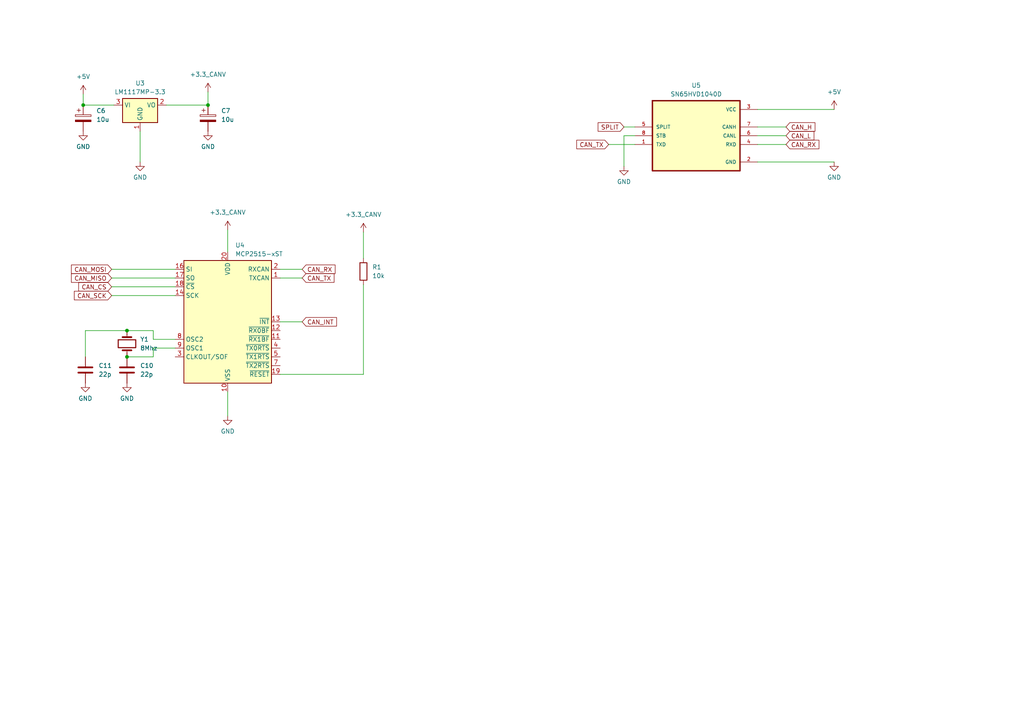
<source format=kicad_sch>
(kicad_sch (version 20231120) (generator "eeschema") (generator_version "8.0")
  (paper "A4")
  (lib_symbols
    (symbol "Device:C" (pin_numbers hide) (pin_names (offset 0.254))
      (property "Reference" "C" (at 0.635 2.54 0))
      (property "Value" "C" (at 0.635 -2.54 0))
      (symbol "C_0_1"
        (polyline (pts (xy -2.032 -0.762) (xy 2.032 -0.762)) (stroke (width 0.508)))
        (polyline (pts (xy -2.032 0.762) (xy 2.032 0.762)) (stroke (width 0.508)))
      )
      (symbol "C_1_1"
        (pin passive line (at 0 3.81 270) (length 2.794) (name "~") (number "1"))
        (pin passive line (at 0 -3.81 90) (length 2.794) (name "~") (number "2"))
      )
    )
    (symbol "Device:C_Polarized" (pin_numbers hide) (pin_names (offset 0.254))
      (property "Reference" "C" (at 0.635 2.54 0))
      (property "Value" "C_Polarized" (at 0.635 -2.54 0))
      (symbol "C_Polarized_0_1"
        (rectangle (start -2.286 0.508) (end 2.286 1.016))
        (polyline (pts (xy -1.778 2.286) (xy -0.762 2.286)))
        (polyline (pts (xy -1.27 2.794) (xy -1.27 1.778)))
        (rectangle (start 2.286 -0.508) (end -2.286 -1.016) (fill (type outline)))
      )
      (symbol "C_Polarized_1_1"
        (pin passive line (at 0 3.81 270) (length 2.794) (name "~") (number "1"))
        (pin passive line (at 0 -3.81 90) (length 2.794) (name "~") (number "2"))
      )
    )
    (symbol "Device:Crystal" (pin_numbers hide) (pin_names (offset 1.016) hide)
      (property "Reference" "Y" (at 0 3.81 0))
      (property "Value" "Crystal" (at 0 -3.81 0))
      (symbol "Crystal_0_1"
        (rectangle (start -1.143 2.54) (end 1.143 -2.54) (stroke (width 0.3048)))
        (polyline (pts (xy -2.54 0) (xy -1.905 0)))
        (polyline (pts (xy -1.905 -1.27) (xy -1.905 1.27)) (stroke (width 0.508)))
        (polyline (pts (xy 1.905 -1.27) (xy 1.905 1.27)) (stroke (width 0.508)))
        (polyline (pts (xy 2.54 0) (xy 1.905 0)))
      )
      (symbol "Crystal_1_1"
        (pin passive line (at -3.81 0 0) (length 1.27) (name "1") (number "1"))
        (pin passive line (at 3.81 0 180) (length 1.27) (name "2") (number "2"))
      )
    )
    (symbol "Device:R" (pin_numbers hide) (pin_names (offset 0))
      (property "Reference" "R" (at 2.032 0 90))
      (property "Value" "R" (at 0 0 90))
      (symbol "R_0_1"
        (rectangle (start -1.016 -2.54) (end 1.016 2.54) (stroke (width 0.254)))
      )
      (symbol "R_1_1"
        (pin passive line (at 0 3.81 270) (length 1.27) (name "~") (number "1"))
        (pin passive line (at 0 -3.81 90) (length 1.27) (name "~") (number "2"))
      )
    )
    (symbol "Interface_CAN_LIN:MCP2515-xST"
      (property "Reference" "U" (at -10.16 19.685 0))
      (property "Value" "MCP2515-xST" (at 19.05 20.32 0))
      (symbol "MCP2515-xST_0_1"
        (rectangle (start -12.7 17.78) (end 12.7 -17.78) (stroke (width 0.254)) (fill (type background)))
      )
      (symbol "MCP2515-xST_1_1"
        (pin output line (at 15.24 12.7 180) (length 2.54) (name "TXCAN") (number "1"))
        (pin power_in line (at 0 -20.32 90) (length 2.54) (name "VSS") (number "10"))
        (pin output line (at 15.24 -5.08 180) (length 2.54) (name "~{RX1BF}") (number "11"))
        (pin output line (at 15.24 -2.54 180) (length 2.54) (name "~{RX0BF}") (number "12"))
        (pin output line (at 15.24 0 180) (length 2.54) (name "~{INT}") (number "13"))
        (pin input line (at -15.24 7.62 0) (length 2.54) (name "SCK") (number "14"))
        (pin no_connect line (at -12.7 -2.54 0) (length 2.54) hide (name "NC") (number "15"))
        (pin input line (at -15.24 15.24 0) (length 2.54) (name "SI") (number "16"))
        (pin output line (at -15.24 12.7 0) (length 2.54) (name "SO") (number "17"))
        (pin input line (at -15.24 10.16 0) (length 2.54) (name "~{CS}") (number "18"))
        (pin input line (at 15.24 -15.24 180) (length 2.54) (name "~{RESET}") (number "19"))
        (pin input line (at 15.24 15.24 180) (length 2.54) (name "RXCAN") (number "2"))
        (pin power_in line (at 0 20.32 270) (length 2.54) (name "VDD") (number "20"))
        (pin output line (at -15.24 -10.16 0) (length 2.54) (name "CLKOUT/SOF") (number "3"))
        (pin input line (at 15.24 -7.62 180) (length 2.54) (name "~{TX0RTS}") (number "4"))
        (pin input line (at 15.24 -10.16 180) (length 2.54) (name "~{TX1RTS}") (number "5"))
        (pin no_connect line (at -12.7 0 0) (length 2.54) hide (name "NC") (number "6"))
        (pin input line (at 15.24 -12.7 180) (length 2.54) (name "~{TX2RTS}") (number "7"))
        (pin output line (at -15.24 -5.08 0) (length 2.54) (name "OSC2") (number "8"))
        (pin input line (at -15.24 -7.62 0) (length 2.54) (name "OSC1") (number "9"))
      )
    )
    (symbol "Regulator_Linear:LM1117MP-3.3"
      (property "Reference" "U" (at -3.81 3.175 0))
      (property "Value" "LM1117MP-3.3" (at 0 3.175 0))
      (symbol "LM1117MP-3.3_0_1"
        (rectangle (start -5.08 -5.08) (end 5.08 1.905) (stroke (width 0.254)) (fill (type background)))
      )
      (symbol "LM1117MP-3.3_1_1"
        (pin power_in line (at 0 -7.62 90) (length 2.54) (name "GND") (number "1"))
        (pin power_out line (at 7.62 0 180) (length 2.54) (name "VO") (number "2"))
        (pin power_in line (at -7.62 0 0) (length 2.54) (name "VI") (number "3"))
      )
    )
    (symbol "SN65HVD1040D:SN65HVD1040D" (pin_names (offset 1.016))
      (property "Reference" "U" (at -12.7 11.16 0))
      (property "Value" "SN65HVD1040D" (at -12.7 -14.16 0))
      (symbol "SN65HVD1040D_0_0"
        (rectangle (start -12.7 -10.16) (end 12.7 10.16) (stroke (width 0.41)) (fill (type background)))
        (pin input line (at -17.78 -2.54 0) (length 5.08) (name "TXD") (number "1"))
        (pin power_in line (at 17.78 -7.62 180) (length 5.08) (name "GND") (number "2"))
        (pin power_in line (at 17.78 7.62 180) (length 5.08) (name "VCC") (number "3"))
        (pin output line (at 17.78 -2.54 180) (length 5.08) (name "RXD") (number "4"))
        (pin input line (at -17.78 2.54 0) (length 5.08) (name "SPLIT") (number "5"))
        (pin output line (at 17.78 0 180) (length 5.08) (name "CANL") (number "6"))
        (pin output line (at 17.78 2.54 180) (length 5.08) (name "CANH") (number "7"))
        (pin input line (at -17.78 0 0) (length 5.08) (name "STB") (number "8"))
      )
    )
    (symbol "power:+3.3V" (power) (pin_names (offset 0))
      (property "Value" "+3.3V" (at 0 3.556 0))
      (symbol "+3.3V_0_1"
        (polyline (pts (xy -0.762 1.27) (xy 0 2.54)))
        (polyline (pts (xy 0 0) (xy 0 2.54)))
        (polyline (pts (xy 0 2.54) (xy 0.762 1.27)))
      )
      (symbol "+3.3V_1_1"
        (pin power_in line (at 0 0 90) (length 0) hide (name "+3.3V") (number "1"))
      )
    )
    (symbol "power:GND" (power) (pin_names (offset 0))
      (property "Value" "GND" (at 0 -3.81 0))
      (symbol "GND_0_1"
        (polyline (pts (xy 0 0) (xy 0 -1.27) (xy 1.27 -1.27) (xy 0 -2.54) (xy -1.27 -1.27) (xy 0 -1.27)))
      )
      (symbol "GND_1_1"
        (pin power_in line (at 0 0 270) (length 0) hide (name "GND") (number "1"))
      )
    )
  )
  (junction (at 36.83 95.885))
  (junction (at 60.325 30.48))
  (junction (at 24.13 30.48))
  (junction (at 36.83 103.505))
  (wire (pts (xy 36.83 103.505) (xy 44.45 103.505)))
  (wire (pts (xy 24.13 30.48) (xy 33.02 30.48)))
  (wire (pts (xy 24.13 27.305) (xy 24.13 30.48)))
  (wire (pts (xy 32.385 78.105) (xy 50.8 78.105)))
  (wire (pts (xy 50.8 98.425) (xy 44.45 98.425)))
  (wire (pts (xy 66.04 113.665) (xy 66.04 120.65)))
  (wire (pts (xy 219.71 36.83) (xy 227.965 36.83)))
  (wire (pts (xy 81.28 80.645) (xy 87.63 80.645)))
  (wire (pts (xy 219.71 46.99) (xy 241.935 46.99)))
  (wire (pts (xy 66.04 66.675) (xy 66.04 73.025)))
  (wire (pts (xy 36.83 95.885) (xy 44.45 95.885)))
  (wire (pts (xy 105.41 67.31) (xy 105.41 74.93)))
  (wire (pts (xy 44.45 103.505) (xy 44.45 100.965)))
  (wire (pts (xy 24.765 103.505) (xy 24.765 95.885)))
  (wire (pts (xy 184.15 39.37) (xy 180.975 39.37)))
  (wire (pts (xy 219.71 41.91) (xy 227.965 41.91)))
  (wire (pts (xy 44.45 100.965) (xy 50.8 100.965)))
  (wire (pts (xy 176.53 41.91) (xy 184.15 41.91)))
  (wire (pts (xy 81.28 108.585) (xy 105.41 108.585)))
  (wire (pts (xy 32.385 83.185) (xy 50.8 83.185)))
  (wire (pts (xy 48.26 30.48) (xy 60.325 30.48)))
  (wire (pts (xy 60.325 30.48) (xy 60.325 26.67)))
  (wire (pts (xy 40.64 38.1) (xy 40.64 46.99)))
  (wire (pts (xy 32.385 80.645) (xy 50.8 80.645)))
  (wire (pts (xy 105.41 108.585) (xy 105.41 82.55)))
  (wire (pts (xy 219.71 39.37) (xy 227.965 39.37)))
  (wire (pts (xy 44.45 98.425) (xy 44.45 95.885)))
  (wire (pts (xy 219.71 31.75) (xy 241.935 31.75)))
  (wire (pts (xy 180.975 36.83) (xy 184.15 36.83)))
  (wire (pts (xy 32.385 85.725) (xy 50.8 85.725)))
  (wire (pts (xy 81.28 93.345) (xy 87.63 93.345)))
  (wire (pts (xy 24.765 95.885) (xy 36.83 95.885)))
  (wire (pts (xy 81.28 78.105) (xy 87.63 78.105)))
  (wire (pts (xy 180.975 39.37) (xy 180.975 48.26)))
  (global_label "CAN_CS" (shape input) (at 32.385 83.185 180) (property "Intersheetrefs" "${INTERSHEET_REFS}" (effects (hide yes))))
  (global_label "CAN_L" (shape input) (at 227.965 39.37 0) (property "Intersheetrefs" "${INTERSHEET_REFS}" (effects (hide yes))))
  (global_label "CAN_TX" (shape input) (at 176.53 41.91 180) (property "Intersheetrefs" "${INTERSHEET_REFS}" (effects (hide yes))))
  (global_label "CAN_MISO" (shape input) (at 32.385 80.645 180) (property "Intersheetrefs" "${INTERSHEET_REFS}" (effects (hide yes))))
  (global_label "SPLIT" (shape input) (at 180.975 36.83 180) (property "Intersheetrefs" "${INTERSHEET_REFS}" (effects (hide yes))))
  (global_label "CAN_SCK" (shape input) (at 32.385 85.725 180) (property "Intersheetrefs" "${INTERSHEET_REFS}" (effects (hide yes))))
  (global_label "CAN_RX" (shape input) (at 87.63 78.105 0) (property "Intersheetrefs" "${INTERSHEET_REFS}" (effects (hide yes))))
  (global_label "CAN_H" (shape input) (at 227.965 36.83 0) (property "Intersheetrefs" "${INTERSHEET_REFS}" (effects (hide yes))))
  (global_label "CAN_RX" (shape input) (at 227.965 41.91 0) (property "Intersheetrefs" "${INTERSHEET_REFS}" (effects (hide yes))))
  (global_label "CAN_MOSI" (shape input) (at 32.385 78.105 180) (property "Intersheetrefs" "${INTERSHEET_REFS}" (effects (hide yes))))
  (global_label "CAN_TX" (shape input) (at 87.63 80.645 0) (property "Intersheetrefs" "${INTERSHEET_REFS}" (effects (hide yes))))
  (global_label "CAN_INT" (shape input) (at 87.63 93.345 0) (property "Intersheetrefs" "${INTERSHEET_REFS}" (effects (hide yes))))
  (symbol (lib_id "power:+3.3V") (at 66.04 66.675 0) (unit 1)
    (property "Reference" "#PWR017" (effects (hide yes)))
    (property "Value" "+3.3_CANV" (at 66.04 61.595 0))
  )
  (symbol (lib_id "Device:C") (at 24.765 107.315 0) (unit 1)
    (property "Reference" "C11" (at 28.575 106.0449 0) (effects (justify left)))
    (property "Value" "22p" (at 28.575 108.5849 0) (effects (justify left)))
    (property "Footprint" "Capacitor_SMD:C_0603_1608Metric_Pad1.08x0.95mm_HandSolder" (effects (hide yes)))
    (property "Description" "Unpolarized capacitor" (effects (hide yes)))
  )
  (symbol (lib_id "Regulator_Linear:LM1117MP-3.3") (at 40.64 30.48 0) (unit 1)
    (property "Reference" "U3" (at 40.64 24.13 0))
    (property "Value" "LM1117MP-3.3" (at 40.64 26.67 0))
    (property "Footprint" "Package_TO_SOT_SMD:SOT-223" (effects (hide yes)))
    (property "Datasheet" "http://www.ti.com/lit/ds/symlink/lm1117.pdf" (effects (hide yes)))
    (property "Description" "800mA Low-Dropout Linear Regulator, 3.3V fixed output, SOT-223" (effects (hide yes)))
  )
  (symbol (lib_id "power:GND") (at 24.13 38.1 0) (unit 1)
    (property "Reference" "#PWR013" (effects (hide yes)))
    (property "Value" "GND" (at 24.13 42.545 0))
    (property "Description" "Power symbol creates a global label with name \"GND\" , ground" (effects (hide yes)))
  )
  (symbol (lib_id "power:+3.3V") (at 105.41 67.31 0) (unit 1)
    (property "Reference" "#PWR027" (effects (hide yes)))
    (property "Value" "+3.3_CANV" (at 105.41 62.23 0))
  )
  (symbol (lib_id "power:GND") (at 24.765 111.125 0) (unit 1)
    (property "Reference" "#PWR026" (effects (hide yes)))
    (property "Value" "GND" (at 24.765 115.57 0))
    (property "Description" "Power symbol creates a global label with name \"GND\" , ground" (effects (hide yes)))
  )
  (symbol (lib_id "Device:C") (at 36.83 107.315 0) (unit 1)
    (property "Reference" "C10" (at 40.64 106.0449 0) (effects (justify left)))
    (property "Value" "22p" (at 40.64 108.5849 0) (effects (justify left)))
    (property "Footprint" "Capacitor_SMD:C_0603_1608Metric_Pad1.08x0.95mm_HandSolder" (effects (hide yes)))
    (property "Description" "Unpolarized capacitor" (effects (hide yes)))
  )
  (symbol (lib_id "power:GND") (at 241.935 46.99 0) (unit 1)
    (property "Reference" "#PWR020" (effects (hide yes)))
    (property "Value" "GND" (at 241.935 51.435 0))
    (property "Description" "Power symbol creates a global label with name \"GND\" , ground" (effects (hide yes)))
  )
  (symbol (lib_id "Device:Crystal") (at 36.83 99.695 90) (unit 1)
    (property "Reference" "Y1" (at 40.64 98.4249 90) (effects (justify right)))
    (property "Value" "8Mhz" (at 40.64 100.9649 90) (effects (justify right)))
    (property "Footprint" "Crystal:Crystal_HC49-U_Vertical" (effects (hide yes)))
    (property "Description" "Two pin crystal" (effects (hide yes)))
  )
  (symbol (lib_id "power:+3.3V") (at 60.325 26.67 0) (unit 1)
    (property "Reference" "#PWR015" (effects (hide yes)))
    (property "Value" "+3.3_CANV" (at 60.325 21.59 0))
  )
  (symbol (lib_id "Interface_CAN_LIN:MCP2515-xST") (at 66.04 93.345 0) (unit 1)
    (property "Reference" "U4" (at 68.2341 71.12 0) (effects (justify left)))
    (property "Value" "MCP2515-xST" (at 68.2341 73.66 0) (effects (justify left)))
    (property "Footprint" "Package_SO:TSSOP-20_4.4x6.5mm_P0.65mm" (effects (hide yes)))
    (property "Datasheet" "http://ww1.microchip.com/downloads/en/DeviceDoc/21801e.pdf" (effects (hide yes)))
    (property "Description" "Stand-Alone CAN Controller with SPI Interface, TSSOP-20" (effects (hide yes)))
  )
  (symbol (lib_id "SN65HVD1040D:SN65HVD1040D") (at 201.93 39.37 0) (unit 1)
    (property "Reference" "U5" (at 201.93 24.765 0))
    (property "Value" "SN65HVD1040D" (at 201.93 27.305 0))
    (property "Footprint" "SN65HVD1040D:SOIC127P599X175-8N" (effects (hide yes)))
    (property "MF" "Texas Instruments" (effects (hide yes)))
    (property "Description_1" "\nIndustrial CAN Transceiver with Ultra Low Power Standby Mode with Bus Wake-up\n" (effects (hide yes)))
    (property "Package" "SOIC-8 Texas Instruments" (effects (hide yes)))
    (property "Price" "None" (effects (hide yes)))
    (property "SnapEDA_Link" "https://www.snapeda.com/parts/SN65HVD1040D/Texas+Instruments/view-part/?ref=snap" (effects (hide yes)))
    (property "MP" "SN65HVD1040D" (effects (hide yes)))
    (property "Purchase-URL" "https://www.snapeda.com/api/url_track_click_mouser/?unipart_id=232743&manufacturer=Texas Instruments&part_name=SN65HVD1040D&search_term=sn65hvd1040" (effects (hide yes)))
    (property "Availability" "In Stock" (effects (hide yes)))
    (property "Check_prices" "https://www.snapeda.com/parts/SN65HVD1040D/Texas+Instruments/view-part/?ref=eda" (effects (hide yes)))
  )
  (symbol (lib_id "power:GND") (at 36.83 111.125 0) (unit 1)
    (property "Reference" "#PWR025" (effects (hide yes)))
    (property "Value" "GND" (at 36.83 115.57 0))
    (property "Description" "Power symbol creates a global label with name \"GND\" , ground" (effects (hide yes)))
  )
  (symbol (lib_id "power:+3.3V") (at 241.935 31.75 0) (unit 1)
    (property "Reference" "#PWR019" (effects (hide yes)))
    (property "Value" "+5V" (at 241.935 26.67 0))
  )
  (symbol (lib_id "Device:C_Polarized") (at 60.325 34.29 0) (unit 1)
    (property "Reference" "C7" (at 64.135 32.1309 0) (effects (justify left)))
    (property "Value" "10u" (at 64.135 34.6709 0) (effects (justify left)))
    (property "Footprint" "Capacitor_Tantalum_SMD:CP_EIA-3528-21_Kemet-B_Pad1.50x2.35mm_HandSolder" (effects (hide yes)))
    (property "Description" "Polarized capacitor" (effects (hide yes)))
  )
  (symbol (lib_id "power:GND") (at 60.325 38.1 0) (unit 1)
    (property "Reference" "#PWR016" (effects (hide yes)))
    (property "Value" "GND" (at 60.325 42.545 0))
    (property "Description" "Power symbol creates a global label with name \"GND\" , ground" (effects (hide yes)))
  )
  (symbol (lib_id "power:GND") (at 66.04 120.65 0) (unit 1)
    (property "Reference" "#PWR022" (effects (hide yes)))
    (property "Value" "GND" (at 66.04 125.095 0))
    (property "Description" "Power symbol creates a global label with name \"GND\" , ground" (effects (hide yes)))
  )
  (symbol (lib_id "power:+3.3V") (at 24.13 27.305 0) (unit 1)
    (property "Reference" "#PWR012" (effects (hide yes)))
    (property "Value" "+5V" (at 24.13 22.225 0))
  )
  (symbol (lib_id "Device:C_Polarized") (at 24.13 34.29 0) (unit 1)
    (property "Reference" "C6" (at 27.94 32.1309 0) (effects (justify left)))
    (property "Value" "10u" (at 27.94 34.6709 0) (effects (justify left)))
    (property "Footprint" "Capacitor_Tantalum_SMD:CP_EIA-3528-21_Kemet-B_Pad1.50x2.35mm_HandSolder" (effects (hide yes)))
    (property "Description" "Polarized capacitor" (effects (hide yes)))
  )
  (symbol (lib_id "Device:R") (at 105.41 78.74 0) (unit 1)
    (property "Reference" "R1" (at 107.95 77.4699 0) (effects (justify left)))
    (property "Value" "10k" (at 107.95 80.0099 0) (effects (justify left)))
    (property "Footprint" "Resistor_SMD:R_0603_1608Metric_Pad0.98x0.95mm_HandSolder" (effects (hide yes)))
    (property "Description" "Resistor" (effects (hide yes)))
  )
  (symbol (lib_id "power:GND") (at 40.64 46.99 0) (unit 1)
    (property "Reference" "#PWR014" (effects (hide yes)))
    (property "Value" "GND" (at 40.64 51.435 0))
    (property "Description" "Power symbol creates a global label with name \"GND\" , ground" (effects (hide yes)))
  )
  (symbol (lib_id "power:GND") (at 180.975 48.26 0) (unit 1)
    (property "Reference" "#PWR018" (effects (hide yes)))
    (property "Value" "GND" (at 180.975 52.705 0))
    (property "Description" "Power symbol creates a global label with name \"GND\" , ground" (effects (hide yes)))
  )
)
</source>
